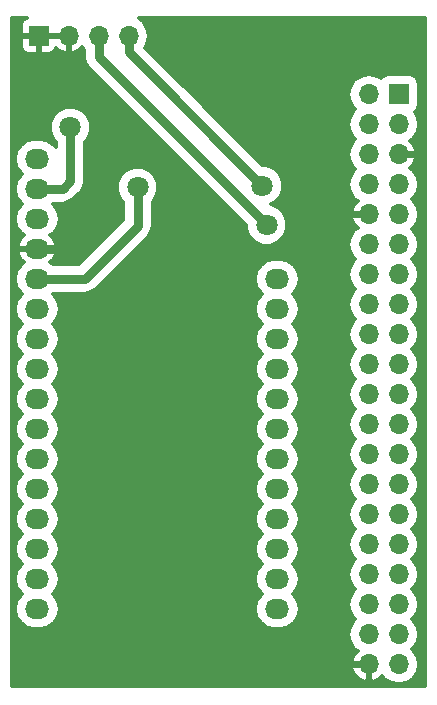
<source format=gbr>
G04 #@! TF.FileFunction,Copper,L2,Bot,Signal*
%FSLAX46Y46*%
G04 Gerber Fmt 4.6, Leading zero omitted, Abs format (unit mm)*
G04 Created by KiCad (PCBNEW 4.0.7-e2-6376~58~ubuntu16.04.1) date Tue Oct 31 15:03:55 2017*
%MOMM*%
%LPD*%
G01*
G04 APERTURE LIST*
%ADD10C,0.100000*%
%ADD11O,2.032000X1.727200*%
%ADD12R,1.700000X1.700000*%
%ADD13O,1.700000X1.700000*%
%ADD14C,1.800000*%
%ADD15C,0.800000*%
%ADD16C,0.600000*%
%ADD17C,0.300000*%
G04 APERTURE END LIST*
D10*
D11*
X102108000Y-92837000D03*
X102108000Y-95377000D03*
X102108000Y-97917000D03*
X102108000Y-100457000D03*
X122428000Y-102997000D03*
X102108000Y-102997000D03*
X122428000Y-105537000D03*
X102108000Y-105537000D03*
X122428000Y-108077000D03*
X102108000Y-108077000D03*
X122428000Y-110617000D03*
X102108000Y-110617000D03*
X122428000Y-113157000D03*
X102108000Y-113157000D03*
X122428000Y-115697000D03*
X102108000Y-115697000D03*
X122428000Y-118237000D03*
X102108000Y-118237000D03*
X122428000Y-120777000D03*
X102108000Y-120777000D03*
X122428000Y-123317000D03*
X102108000Y-123317000D03*
X122428000Y-125857000D03*
X102108000Y-125857000D03*
X122428000Y-128397000D03*
X102108000Y-128397000D03*
X122428000Y-130937000D03*
X102108000Y-130937000D03*
D12*
X132715000Y-87376000D03*
D13*
X130175000Y-87376000D03*
X132715000Y-89916000D03*
X130175000Y-89916000D03*
X132715000Y-92456000D03*
X130175000Y-92456000D03*
X132715000Y-94996000D03*
X130175000Y-94996000D03*
X132715000Y-97536000D03*
X130175000Y-97536000D03*
X132715000Y-100076000D03*
X130175000Y-100076000D03*
X132715000Y-102616000D03*
X130175000Y-102616000D03*
X132715000Y-105156000D03*
X130175000Y-105156000D03*
X132715000Y-107696000D03*
X130175000Y-107696000D03*
X132715000Y-110236000D03*
X130175000Y-110236000D03*
X132715000Y-112776000D03*
X130175000Y-112776000D03*
X132715000Y-115316000D03*
X130175000Y-115316000D03*
X132715000Y-117856000D03*
X130175000Y-117856000D03*
X132715000Y-120396000D03*
X130175000Y-120396000D03*
X132715000Y-122936000D03*
X130175000Y-122936000D03*
X132715000Y-125476000D03*
X130175000Y-125476000D03*
X132715000Y-128016000D03*
X130175000Y-128016000D03*
X132715000Y-130556000D03*
X130175000Y-130556000D03*
X132715000Y-133096000D03*
X130175000Y-133096000D03*
X132715000Y-135636000D03*
X130175000Y-135636000D03*
D12*
X102235000Y-82423000D03*
D13*
X104775000Y-82423000D03*
X107315000Y-82423000D03*
X109855000Y-82423000D03*
D14*
X104902000Y-90170000D03*
X107315000Y-95250000D03*
X110617000Y-95250000D03*
X121153796Y-95123000D03*
X121539000Y-98425000D03*
D15*
X104902000Y-94742000D02*
X104267000Y-95377000D01*
X104267000Y-95377000D02*
X102108000Y-95377000D01*
X104902000Y-90170000D02*
X104902000Y-94742000D01*
D16*
X102260400Y-95377000D02*
X102108000Y-95377000D01*
D15*
X107315000Y-95250000D02*
X107315000Y-97155000D01*
X107315000Y-97155000D02*
X104013000Y-100457000D01*
X104013000Y-100457000D02*
X102108000Y-100457000D01*
D16*
X102260400Y-100457000D02*
X102108000Y-100457000D01*
D15*
X110617000Y-98552000D02*
X106172000Y-102997000D01*
X110617000Y-95250000D02*
X110617000Y-96310660D01*
X110617000Y-96310660D02*
X110617000Y-98552000D01*
X102108000Y-102997000D02*
X106172000Y-102997000D01*
D16*
X102260400Y-102997000D02*
X102108000Y-102997000D01*
D15*
X121153796Y-95123000D02*
X109855000Y-83824204D01*
X109855000Y-83824204D02*
X109855000Y-82423000D01*
X120142000Y-97028000D02*
X121539000Y-98425000D01*
X120142000Y-97028000D02*
X107315000Y-84201000D01*
X107315000Y-84201000D02*
X107315000Y-82423000D01*
X107442000Y-82423000D02*
X107315000Y-82423000D01*
D16*
X107315000Y-82550000D02*
X107315000Y-82423000D01*
D17*
G36*
X101012273Y-81015175D02*
X100827174Y-81200273D01*
X100727000Y-81442116D01*
X100727000Y-82154500D01*
X100891500Y-82319000D01*
X102131000Y-82319000D01*
X102131000Y-82299000D01*
X102339000Y-82299000D01*
X102339000Y-82319000D01*
X104671000Y-82319000D01*
X104671000Y-82299000D01*
X104879000Y-82299000D01*
X104879000Y-82319000D01*
X104899000Y-82319000D01*
X104899000Y-82527000D01*
X104879000Y-82527000D01*
X104879000Y-83762469D01*
X105113061Y-83892619D01*
X105575137Y-83701228D01*
X105922720Y-83373735D01*
X106065000Y-83586672D01*
X106065000Y-84201000D01*
X106160151Y-84679354D01*
X106431117Y-85084883D01*
X119258116Y-97911883D01*
X119258119Y-97911885D01*
X119788983Y-98442750D01*
X119788696Y-98771569D01*
X120054557Y-99415001D01*
X120546410Y-99907713D01*
X121189376Y-100174696D01*
X121885569Y-100175304D01*
X122529001Y-99909443D01*
X123021713Y-99417590D01*
X123288696Y-98774624D01*
X123289304Y-98078431D01*
X123023443Y-97434999D01*
X122531590Y-96942287D01*
X121933980Y-96694138D01*
X122143797Y-96607443D01*
X122636509Y-96115590D01*
X122903492Y-95472624D01*
X122904100Y-94776431D01*
X122638239Y-94132999D01*
X122146386Y-93640287D01*
X121503420Y-93373304D01*
X121171577Y-93373014D01*
X115174563Y-87376000D01*
X128441695Y-87376000D01*
X128571100Y-88026562D01*
X128939613Y-88578082D01*
X129041260Y-88646000D01*
X128939613Y-88713918D01*
X128571100Y-89265438D01*
X128441695Y-89916000D01*
X128571100Y-90566562D01*
X128939613Y-91118082D01*
X129041260Y-91186000D01*
X128939613Y-91253918D01*
X128571100Y-91805438D01*
X128441695Y-92456000D01*
X128571100Y-93106562D01*
X128939613Y-93658082D01*
X129041260Y-93726000D01*
X128939613Y-93793918D01*
X128571100Y-94345438D01*
X128441695Y-94996000D01*
X128571100Y-95646562D01*
X128939613Y-96198082D01*
X129224265Y-96388280D01*
X128896772Y-96735863D01*
X128705381Y-97197939D01*
X128835531Y-97432000D01*
X130071000Y-97432000D01*
X130071000Y-97412000D01*
X130279000Y-97412000D01*
X130279000Y-97432000D01*
X130299000Y-97432000D01*
X130299000Y-97640000D01*
X130279000Y-97640000D01*
X130279000Y-97660000D01*
X130071000Y-97660000D01*
X130071000Y-97640000D01*
X128835531Y-97640000D01*
X128705381Y-97874061D01*
X128896772Y-98336137D01*
X129224265Y-98683720D01*
X128939613Y-98873918D01*
X128571100Y-99425438D01*
X128441695Y-100076000D01*
X128571100Y-100726562D01*
X128939613Y-101278082D01*
X129041260Y-101346000D01*
X128939613Y-101413918D01*
X128571100Y-101965438D01*
X128441695Y-102616000D01*
X128571100Y-103266562D01*
X128939613Y-103818082D01*
X129041260Y-103886000D01*
X128939613Y-103953918D01*
X128571100Y-104505438D01*
X128441695Y-105156000D01*
X128571100Y-105806562D01*
X128939613Y-106358082D01*
X129041260Y-106426000D01*
X128939613Y-106493918D01*
X128571100Y-107045438D01*
X128441695Y-107696000D01*
X128571100Y-108346562D01*
X128939613Y-108898082D01*
X129041260Y-108966000D01*
X128939613Y-109033918D01*
X128571100Y-109585438D01*
X128441695Y-110236000D01*
X128571100Y-110886562D01*
X128939613Y-111438082D01*
X129041260Y-111506000D01*
X128939613Y-111573918D01*
X128571100Y-112125438D01*
X128441695Y-112776000D01*
X128571100Y-113426562D01*
X128939613Y-113978082D01*
X129041260Y-114046000D01*
X128939613Y-114113918D01*
X128571100Y-114665438D01*
X128441695Y-115316000D01*
X128571100Y-115966562D01*
X128939613Y-116518082D01*
X129041260Y-116586000D01*
X128939613Y-116653918D01*
X128571100Y-117205438D01*
X128441695Y-117856000D01*
X128571100Y-118506562D01*
X128939613Y-119058082D01*
X129041260Y-119126000D01*
X128939613Y-119193918D01*
X128571100Y-119745438D01*
X128441695Y-120396000D01*
X128571100Y-121046562D01*
X128939613Y-121598082D01*
X129041260Y-121666000D01*
X128939613Y-121733918D01*
X128571100Y-122285438D01*
X128441695Y-122936000D01*
X128571100Y-123586562D01*
X128939613Y-124138082D01*
X129041260Y-124206000D01*
X128939613Y-124273918D01*
X128571100Y-124825438D01*
X128441695Y-125476000D01*
X128571100Y-126126562D01*
X128939613Y-126678082D01*
X129041260Y-126746000D01*
X128939613Y-126813918D01*
X128571100Y-127365438D01*
X128441695Y-128016000D01*
X128571100Y-128666562D01*
X128939613Y-129218082D01*
X129041260Y-129286000D01*
X128939613Y-129353918D01*
X128571100Y-129905438D01*
X128441695Y-130556000D01*
X128571100Y-131206562D01*
X128939613Y-131758082D01*
X129041260Y-131826000D01*
X128939613Y-131893918D01*
X128571100Y-132445438D01*
X128441695Y-133096000D01*
X128571100Y-133746562D01*
X128939613Y-134298082D01*
X129224265Y-134488280D01*
X128896772Y-134835863D01*
X128705381Y-135297939D01*
X128835531Y-135532000D01*
X130071000Y-135532000D01*
X130071000Y-135512000D01*
X130279000Y-135512000D01*
X130279000Y-135532000D01*
X130299000Y-135532000D01*
X130299000Y-135740000D01*
X130279000Y-135740000D01*
X130279000Y-136975917D01*
X130513062Y-137105626D01*
X131049730Y-136864387D01*
X131311530Y-136586527D01*
X131479613Y-136838082D01*
X132031133Y-137206595D01*
X132681695Y-137336000D01*
X132748305Y-137336000D01*
X133398867Y-137206595D01*
X133950387Y-136838082D01*
X134318900Y-136286562D01*
X134448305Y-135636000D01*
X134318900Y-134985438D01*
X133950387Y-134433918D01*
X133848740Y-134366000D01*
X133950387Y-134298082D01*
X134318900Y-133746562D01*
X134448305Y-133096000D01*
X134318900Y-132445438D01*
X133950387Y-131893918D01*
X133848740Y-131826000D01*
X133950387Y-131758082D01*
X134318900Y-131206562D01*
X134448305Y-130556000D01*
X134318900Y-129905438D01*
X133950387Y-129353918D01*
X133848740Y-129286000D01*
X133950387Y-129218082D01*
X134318900Y-128666562D01*
X134448305Y-128016000D01*
X134318900Y-127365438D01*
X133950387Y-126813918D01*
X133848740Y-126746000D01*
X133950387Y-126678082D01*
X134318900Y-126126562D01*
X134448305Y-125476000D01*
X134318900Y-124825438D01*
X133950387Y-124273918D01*
X133848740Y-124206000D01*
X133950387Y-124138082D01*
X134318900Y-123586562D01*
X134448305Y-122936000D01*
X134318900Y-122285438D01*
X133950387Y-121733918D01*
X133848740Y-121666000D01*
X133950387Y-121598082D01*
X134318900Y-121046562D01*
X134448305Y-120396000D01*
X134318900Y-119745438D01*
X133950387Y-119193918D01*
X133848740Y-119126000D01*
X133950387Y-119058082D01*
X134318900Y-118506562D01*
X134448305Y-117856000D01*
X134318900Y-117205438D01*
X133950387Y-116653918D01*
X133848740Y-116586000D01*
X133950387Y-116518082D01*
X134318900Y-115966562D01*
X134448305Y-115316000D01*
X134318900Y-114665438D01*
X133950387Y-114113918D01*
X133848740Y-114046000D01*
X133950387Y-113978082D01*
X134318900Y-113426562D01*
X134448305Y-112776000D01*
X134318900Y-112125438D01*
X133950387Y-111573918D01*
X133848740Y-111506000D01*
X133950387Y-111438082D01*
X134318900Y-110886562D01*
X134448305Y-110236000D01*
X134318900Y-109585438D01*
X133950387Y-109033918D01*
X133848740Y-108966000D01*
X133950387Y-108898082D01*
X134318900Y-108346562D01*
X134448305Y-107696000D01*
X134318900Y-107045438D01*
X133950387Y-106493918D01*
X133848740Y-106426000D01*
X133950387Y-106358082D01*
X134318900Y-105806562D01*
X134448305Y-105156000D01*
X134318900Y-104505438D01*
X133950387Y-103953918D01*
X133848740Y-103886000D01*
X133950387Y-103818082D01*
X134318900Y-103266562D01*
X134448305Y-102616000D01*
X134318900Y-101965438D01*
X133950387Y-101413918D01*
X133848740Y-101346000D01*
X133950387Y-101278082D01*
X134318900Y-100726562D01*
X134448305Y-100076000D01*
X134318900Y-99425438D01*
X133950387Y-98873918D01*
X133848740Y-98806000D01*
X133950387Y-98738082D01*
X134318900Y-98186562D01*
X134448305Y-97536000D01*
X134318900Y-96885438D01*
X133950387Y-96333918D01*
X133848740Y-96266000D01*
X133950387Y-96198082D01*
X134318900Y-95646562D01*
X134448305Y-94996000D01*
X134318900Y-94345438D01*
X133950387Y-93793918D01*
X133665735Y-93603720D01*
X133993228Y-93256137D01*
X134184619Y-92794061D01*
X134054469Y-92560000D01*
X132819000Y-92560000D01*
X132819000Y-92580000D01*
X132611000Y-92580000D01*
X132611000Y-92560000D01*
X132591000Y-92560000D01*
X132591000Y-92352000D01*
X132611000Y-92352000D01*
X132611000Y-92332000D01*
X132819000Y-92332000D01*
X132819000Y-92352000D01*
X134054469Y-92352000D01*
X134184619Y-92117939D01*
X133993228Y-91655863D01*
X133665735Y-91308280D01*
X133950387Y-91118082D01*
X134318900Y-90566562D01*
X134448305Y-89916000D01*
X134318900Y-89265438D01*
X134078496Y-88905648D01*
X134169291Y-88847223D01*
X134363372Y-88563176D01*
X134431652Y-88226000D01*
X134431652Y-86526000D01*
X134372382Y-86211009D01*
X134186223Y-85921709D01*
X133902176Y-85727628D01*
X133565000Y-85659348D01*
X131865000Y-85659348D01*
X131550009Y-85718618D01*
X131260709Y-85904777D01*
X131181370Y-86020894D01*
X130858867Y-85805405D01*
X130208305Y-85676000D01*
X130141695Y-85676000D01*
X129491133Y-85805405D01*
X128939613Y-86173918D01*
X128571100Y-86725438D01*
X128441695Y-87376000D01*
X115174563Y-87376000D01*
X111217246Y-83418684D01*
X111425595Y-83106867D01*
X111555000Y-82456305D01*
X111555000Y-82389695D01*
X111425595Y-81739133D01*
X111057082Y-81187613D01*
X110679019Y-80935000D01*
X134965000Y-80935000D01*
X134965000Y-137505000D01*
X99985000Y-137505000D01*
X99985000Y-135974061D01*
X128705381Y-135974061D01*
X128896772Y-136436137D01*
X129300270Y-136864387D01*
X129836938Y-137105626D01*
X130071000Y-136975917D01*
X130071000Y-135740000D01*
X128835531Y-135740000D01*
X128705381Y-135974061D01*
X99985000Y-135974061D01*
X99985000Y-102997000D01*
X100205443Y-102997000D01*
X100335883Y-103652766D01*
X100707345Y-104208698D01*
X100794600Y-104267000D01*
X100707345Y-104325302D01*
X100335883Y-104881234D01*
X100205443Y-105537000D01*
X100335883Y-106192766D01*
X100707345Y-106748698D01*
X100794600Y-106807000D01*
X100707345Y-106865302D01*
X100335883Y-107421234D01*
X100205443Y-108077000D01*
X100335883Y-108732766D01*
X100707345Y-109288698D01*
X100794600Y-109347000D01*
X100707345Y-109405302D01*
X100335883Y-109961234D01*
X100205443Y-110617000D01*
X100335883Y-111272766D01*
X100707345Y-111828698D01*
X100794600Y-111887000D01*
X100707345Y-111945302D01*
X100335883Y-112501234D01*
X100205443Y-113157000D01*
X100335883Y-113812766D01*
X100707345Y-114368698D01*
X100794600Y-114427000D01*
X100707345Y-114485302D01*
X100335883Y-115041234D01*
X100205443Y-115697000D01*
X100335883Y-116352766D01*
X100707345Y-116908698D01*
X100794600Y-116967000D01*
X100707345Y-117025302D01*
X100335883Y-117581234D01*
X100205443Y-118237000D01*
X100335883Y-118892766D01*
X100707345Y-119448698D01*
X100794600Y-119507000D01*
X100707345Y-119565302D01*
X100335883Y-120121234D01*
X100205443Y-120777000D01*
X100335883Y-121432766D01*
X100707345Y-121988698D01*
X100794600Y-122047000D01*
X100707345Y-122105302D01*
X100335883Y-122661234D01*
X100205443Y-123317000D01*
X100335883Y-123972766D01*
X100707345Y-124528698D01*
X100794600Y-124587000D01*
X100707345Y-124645302D01*
X100335883Y-125201234D01*
X100205443Y-125857000D01*
X100335883Y-126512766D01*
X100707345Y-127068698D01*
X100794600Y-127127000D01*
X100707345Y-127185302D01*
X100335883Y-127741234D01*
X100205443Y-128397000D01*
X100335883Y-129052766D01*
X100707345Y-129608698D01*
X100794600Y-129667000D01*
X100707345Y-129725302D01*
X100335883Y-130281234D01*
X100205443Y-130937000D01*
X100335883Y-131592766D01*
X100707345Y-132148698D01*
X101263277Y-132520160D01*
X101919043Y-132650600D01*
X102296957Y-132650600D01*
X102952723Y-132520160D01*
X103508655Y-132148698D01*
X103880117Y-131592766D01*
X104010557Y-130937000D01*
X103880117Y-130281234D01*
X103508655Y-129725302D01*
X103421400Y-129667000D01*
X103508655Y-129608698D01*
X103880117Y-129052766D01*
X104010557Y-128397000D01*
X103880117Y-127741234D01*
X103508655Y-127185302D01*
X103421400Y-127127000D01*
X103508655Y-127068698D01*
X103880117Y-126512766D01*
X104010557Y-125857000D01*
X103880117Y-125201234D01*
X103508655Y-124645302D01*
X103421400Y-124587000D01*
X103508655Y-124528698D01*
X103880117Y-123972766D01*
X104010557Y-123317000D01*
X103880117Y-122661234D01*
X103508655Y-122105302D01*
X103421400Y-122047000D01*
X103508655Y-121988698D01*
X103880117Y-121432766D01*
X104010557Y-120777000D01*
X103880117Y-120121234D01*
X103508655Y-119565302D01*
X103421400Y-119507000D01*
X103508655Y-119448698D01*
X103880117Y-118892766D01*
X104010557Y-118237000D01*
X103880117Y-117581234D01*
X103508655Y-117025302D01*
X103421400Y-116967000D01*
X103508655Y-116908698D01*
X103880117Y-116352766D01*
X104010557Y-115697000D01*
X103880117Y-115041234D01*
X103508655Y-114485302D01*
X103421400Y-114427000D01*
X103508655Y-114368698D01*
X103880117Y-113812766D01*
X104010557Y-113157000D01*
X103880117Y-112501234D01*
X103508655Y-111945302D01*
X103421400Y-111887000D01*
X103508655Y-111828698D01*
X103880117Y-111272766D01*
X104010557Y-110617000D01*
X103880117Y-109961234D01*
X103508655Y-109405302D01*
X103421400Y-109347000D01*
X103508655Y-109288698D01*
X103880117Y-108732766D01*
X104010557Y-108077000D01*
X103880117Y-107421234D01*
X103508655Y-106865302D01*
X103421400Y-106807000D01*
X103508655Y-106748698D01*
X103880117Y-106192766D01*
X104010557Y-105537000D01*
X103880117Y-104881234D01*
X103508655Y-104325302D01*
X103421400Y-104267000D01*
X103451332Y-104247000D01*
X106172000Y-104247000D01*
X106650354Y-104151849D01*
X107055883Y-103880883D01*
X107939766Y-102997000D01*
X120525443Y-102997000D01*
X120655883Y-103652766D01*
X121027345Y-104208698D01*
X121114600Y-104267000D01*
X121027345Y-104325302D01*
X120655883Y-104881234D01*
X120525443Y-105537000D01*
X120655883Y-106192766D01*
X121027345Y-106748698D01*
X121114600Y-106807000D01*
X121027345Y-106865302D01*
X120655883Y-107421234D01*
X120525443Y-108077000D01*
X120655883Y-108732766D01*
X121027345Y-109288698D01*
X121114600Y-109347000D01*
X121027345Y-109405302D01*
X120655883Y-109961234D01*
X120525443Y-110617000D01*
X120655883Y-111272766D01*
X121027345Y-111828698D01*
X121114600Y-111887000D01*
X121027345Y-111945302D01*
X120655883Y-112501234D01*
X120525443Y-113157000D01*
X120655883Y-113812766D01*
X121027345Y-114368698D01*
X121114600Y-114427000D01*
X121027345Y-114485302D01*
X120655883Y-115041234D01*
X120525443Y-115697000D01*
X120655883Y-116352766D01*
X121027345Y-116908698D01*
X121114600Y-116967000D01*
X121027345Y-117025302D01*
X120655883Y-117581234D01*
X120525443Y-118237000D01*
X120655883Y-118892766D01*
X121027345Y-119448698D01*
X121114600Y-119507000D01*
X121027345Y-119565302D01*
X120655883Y-120121234D01*
X120525443Y-120777000D01*
X120655883Y-121432766D01*
X121027345Y-121988698D01*
X121114600Y-122047000D01*
X121027345Y-122105302D01*
X120655883Y-122661234D01*
X120525443Y-123317000D01*
X120655883Y-123972766D01*
X121027345Y-124528698D01*
X121114600Y-124587000D01*
X121027345Y-124645302D01*
X120655883Y-125201234D01*
X120525443Y-125857000D01*
X120655883Y-126512766D01*
X121027345Y-127068698D01*
X121114600Y-127127000D01*
X121027345Y-127185302D01*
X120655883Y-127741234D01*
X120525443Y-128397000D01*
X120655883Y-129052766D01*
X121027345Y-129608698D01*
X121114600Y-129667000D01*
X121027345Y-129725302D01*
X120655883Y-130281234D01*
X120525443Y-130937000D01*
X120655883Y-131592766D01*
X121027345Y-132148698D01*
X121583277Y-132520160D01*
X122239043Y-132650600D01*
X122616957Y-132650600D01*
X123272723Y-132520160D01*
X123828655Y-132148698D01*
X124200117Y-131592766D01*
X124330557Y-130937000D01*
X124200117Y-130281234D01*
X123828655Y-129725302D01*
X123741400Y-129667000D01*
X123828655Y-129608698D01*
X124200117Y-129052766D01*
X124330557Y-128397000D01*
X124200117Y-127741234D01*
X123828655Y-127185302D01*
X123741400Y-127127000D01*
X123828655Y-127068698D01*
X124200117Y-126512766D01*
X124330557Y-125857000D01*
X124200117Y-125201234D01*
X123828655Y-124645302D01*
X123741400Y-124587000D01*
X123828655Y-124528698D01*
X124200117Y-123972766D01*
X124330557Y-123317000D01*
X124200117Y-122661234D01*
X123828655Y-122105302D01*
X123741400Y-122047000D01*
X123828655Y-121988698D01*
X124200117Y-121432766D01*
X124330557Y-120777000D01*
X124200117Y-120121234D01*
X123828655Y-119565302D01*
X123741400Y-119507000D01*
X123828655Y-119448698D01*
X124200117Y-118892766D01*
X124330557Y-118237000D01*
X124200117Y-117581234D01*
X123828655Y-117025302D01*
X123741400Y-116967000D01*
X123828655Y-116908698D01*
X124200117Y-116352766D01*
X124330557Y-115697000D01*
X124200117Y-115041234D01*
X123828655Y-114485302D01*
X123741400Y-114427000D01*
X123828655Y-114368698D01*
X124200117Y-113812766D01*
X124330557Y-113157000D01*
X124200117Y-112501234D01*
X123828655Y-111945302D01*
X123741400Y-111887000D01*
X123828655Y-111828698D01*
X124200117Y-111272766D01*
X124330557Y-110617000D01*
X124200117Y-109961234D01*
X123828655Y-109405302D01*
X123741400Y-109347000D01*
X123828655Y-109288698D01*
X124200117Y-108732766D01*
X124330557Y-108077000D01*
X124200117Y-107421234D01*
X123828655Y-106865302D01*
X123741400Y-106807000D01*
X123828655Y-106748698D01*
X124200117Y-106192766D01*
X124330557Y-105537000D01*
X124200117Y-104881234D01*
X123828655Y-104325302D01*
X123741400Y-104267000D01*
X123828655Y-104208698D01*
X124200117Y-103652766D01*
X124330557Y-102997000D01*
X124200117Y-102341234D01*
X123828655Y-101785302D01*
X123272723Y-101413840D01*
X122616957Y-101283400D01*
X122239043Y-101283400D01*
X121583277Y-101413840D01*
X121027345Y-101785302D01*
X120655883Y-102341234D01*
X120525443Y-102997000D01*
X107939766Y-102997000D01*
X111500883Y-99435884D01*
X111771849Y-99030354D01*
X111776768Y-99005626D01*
X111867000Y-98552000D01*
X111867000Y-96474897D01*
X112099713Y-96242590D01*
X112366696Y-95599624D01*
X112367304Y-94903431D01*
X112101443Y-94259999D01*
X111609590Y-93767287D01*
X110966624Y-93500304D01*
X110270431Y-93499696D01*
X109626999Y-93765557D01*
X109134287Y-94257410D01*
X108867304Y-94900376D01*
X108866696Y-95596569D01*
X109132557Y-96240001D01*
X109367000Y-96474853D01*
X109367000Y-98034233D01*
X105654234Y-101747000D01*
X103451332Y-101747000D01*
X103227102Y-101597174D01*
X103464287Y-101391500D01*
X103730264Y-100859658D01*
X103743483Y-100797194D01*
X103613509Y-100561000D01*
X102212000Y-100561000D01*
X102212000Y-100581000D01*
X102004000Y-100581000D01*
X102004000Y-100561000D01*
X100602491Y-100561000D01*
X100472517Y-100797194D01*
X100485736Y-100859658D01*
X100751713Y-101391500D01*
X100988898Y-101597174D01*
X100707345Y-101785302D01*
X100335883Y-102341234D01*
X100205443Y-102997000D01*
X99985000Y-102997000D01*
X99985000Y-92837000D01*
X100205443Y-92837000D01*
X100335883Y-93492766D01*
X100707345Y-94048698D01*
X100794600Y-94107000D01*
X100707345Y-94165302D01*
X100335883Y-94721234D01*
X100205443Y-95377000D01*
X100335883Y-96032766D01*
X100707345Y-96588698D01*
X100794600Y-96647000D01*
X100707345Y-96705302D01*
X100335883Y-97261234D01*
X100205443Y-97917000D01*
X100335883Y-98572766D01*
X100707345Y-99128698D01*
X100988898Y-99316826D01*
X100751713Y-99522500D01*
X100485736Y-100054342D01*
X100472517Y-100116806D01*
X100602491Y-100353000D01*
X102004000Y-100353000D01*
X102004000Y-100333000D01*
X102212000Y-100333000D01*
X102212000Y-100353000D01*
X103613509Y-100353000D01*
X103743483Y-100116806D01*
X103730264Y-100054342D01*
X103464287Y-99522500D01*
X103227102Y-99316826D01*
X103508655Y-99128698D01*
X103880117Y-98572766D01*
X104010557Y-97917000D01*
X103880117Y-97261234D01*
X103508655Y-96705302D01*
X103421400Y-96647000D01*
X103451332Y-96627000D01*
X104267000Y-96627000D01*
X104745354Y-96531849D01*
X105150883Y-96260883D01*
X105785884Y-95625883D01*
X106056849Y-95220354D01*
X106152000Y-94742000D01*
X106152000Y-91394897D01*
X106384713Y-91162590D01*
X106651696Y-90519624D01*
X106652304Y-89823431D01*
X106386443Y-89179999D01*
X105894590Y-88687287D01*
X105251624Y-88420304D01*
X104555431Y-88419696D01*
X103911999Y-88685557D01*
X103419287Y-89177410D01*
X103152304Y-89820376D01*
X103151696Y-90516569D01*
X103417557Y-91160001D01*
X103652000Y-91394853D01*
X103652000Y-91839833D01*
X103508655Y-91625302D01*
X102952723Y-91253840D01*
X102296957Y-91123400D01*
X101919043Y-91123400D01*
X101263277Y-91253840D01*
X100707345Y-91625302D01*
X100335883Y-92181234D01*
X100205443Y-92837000D01*
X99985000Y-92837000D01*
X99985000Y-82691500D01*
X100727000Y-82691500D01*
X100727000Y-83403884D01*
X100827174Y-83645727D01*
X101012273Y-83830825D01*
X101254115Y-83931000D01*
X101966500Y-83931000D01*
X102131000Y-83766500D01*
X102131000Y-82527000D01*
X102339000Y-82527000D01*
X102339000Y-83766500D01*
X102503500Y-83931000D01*
X103215885Y-83931000D01*
X103457727Y-83830825D01*
X103642826Y-83645727D01*
X103719498Y-83460623D01*
X103974863Y-83701228D01*
X104436939Y-83892619D01*
X104671000Y-83762469D01*
X104671000Y-82527000D01*
X102339000Y-82527000D01*
X102131000Y-82527000D01*
X100891500Y-82527000D01*
X100727000Y-82691500D01*
X99985000Y-82691500D01*
X99985000Y-80935000D01*
X101205831Y-80935000D01*
X101012273Y-81015175D01*
X101012273Y-81015175D01*
G37*
X101012273Y-81015175D02*
X100827174Y-81200273D01*
X100727000Y-81442116D01*
X100727000Y-82154500D01*
X100891500Y-82319000D01*
X102131000Y-82319000D01*
X102131000Y-82299000D01*
X102339000Y-82299000D01*
X102339000Y-82319000D01*
X104671000Y-82319000D01*
X104671000Y-82299000D01*
X104879000Y-82299000D01*
X104879000Y-82319000D01*
X104899000Y-82319000D01*
X104899000Y-82527000D01*
X104879000Y-82527000D01*
X104879000Y-83762469D01*
X105113061Y-83892619D01*
X105575137Y-83701228D01*
X105922720Y-83373735D01*
X106065000Y-83586672D01*
X106065000Y-84201000D01*
X106160151Y-84679354D01*
X106431117Y-85084883D01*
X119258116Y-97911883D01*
X119258119Y-97911885D01*
X119788983Y-98442750D01*
X119788696Y-98771569D01*
X120054557Y-99415001D01*
X120546410Y-99907713D01*
X121189376Y-100174696D01*
X121885569Y-100175304D01*
X122529001Y-99909443D01*
X123021713Y-99417590D01*
X123288696Y-98774624D01*
X123289304Y-98078431D01*
X123023443Y-97434999D01*
X122531590Y-96942287D01*
X121933980Y-96694138D01*
X122143797Y-96607443D01*
X122636509Y-96115590D01*
X122903492Y-95472624D01*
X122904100Y-94776431D01*
X122638239Y-94132999D01*
X122146386Y-93640287D01*
X121503420Y-93373304D01*
X121171577Y-93373014D01*
X115174563Y-87376000D01*
X128441695Y-87376000D01*
X128571100Y-88026562D01*
X128939613Y-88578082D01*
X129041260Y-88646000D01*
X128939613Y-88713918D01*
X128571100Y-89265438D01*
X128441695Y-89916000D01*
X128571100Y-90566562D01*
X128939613Y-91118082D01*
X129041260Y-91186000D01*
X128939613Y-91253918D01*
X128571100Y-91805438D01*
X128441695Y-92456000D01*
X128571100Y-93106562D01*
X128939613Y-93658082D01*
X129041260Y-93726000D01*
X128939613Y-93793918D01*
X128571100Y-94345438D01*
X128441695Y-94996000D01*
X128571100Y-95646562D01*
X128939613Y-96198082D01*
X129224265Y-96388280D01*
X128896772Y-96735863D01*
X128705381Y-97197939D01*
X128835531Y-97432000D01*
X130071000Y-97432000D01*
X130071000Y-97412000D01*
X130279000Y-97412000D01*
X130279000Y-97432000D01*
X130299000Y-97432000D01*
X130299000Y-97640000D01*
X130279000Y-97640000D01*
X130279000Y-97660000D01*
X130071000Y-97660000D01*
X130071000Y-97640000D01*
X128835531Y-97640000D01*
X128705381Y-97874061D01*
X128896772Y-98336137D01*
X129224265Y-98683720D01*
X128939613Y-98873918D01*
X128571100Y-99425438D01*
X128441695Y-100076000D01*
X128571100Y-100726562D01*
X128939613Y-101278082D01*
X129041260Y-101346000D01*
X128939613Y-101413918D01*
X128571100Y-101965438D01*
X128441695Y-102616000D01*
X128571100Y-103266562D01*
X128939613Y-103818082D01*
X129041260Y-103886000D01*
X128939613Y-103953918D01*
X128571100Y-104505438D01*
X128441695Y-105156000D01*
X128571100Y-105806562D01*
X128939613Y-106358082D01*
X129041260Y-106426000D01*
X128939613Y-106493918D01*
X128571100Y-107045438D01*
X128441695Y-107696000D01*
X128571100Y-108346562D01*
X128939613Y-108898082D01*
X129041260Y-108966000D01*
X128939613Y-109033918D01*
X128571100Y-109585438D01*
X128441695Y-110236000D01*
X128571100Y-110886562D01*
X128939613Y-111438082D01*
X129041260Y-111506000D01*
X128939613Y-111573918D01*
X128571100Y-112125438D01*
X128441695Y-112776000D01*
X128571100Y-113426562D01*
X128939613Y-113978082D01*
X129041260Y-114046000D01*
X128939613Y-114113918D01*
X128571100Y-114665438D01*
X128441695Y-115316000D01*
X128571100Y-115966562D01*
X128939613Y-116518082D01*
X129041260Y-116586000D01*
X128939613Y-116653918D01*
X128571100Y-117205438D01*
X128441695Y-117856000D01*
X128571100Y-118506562D01*
X128939613Y-119058082D01*
X129041260Y-119126000D01*
X128939613Y-119193918D01*
X128571100Y-119745438D01*
X128441695Y-120396000D01*
X128571100Y-121046562D01*
X128939613Y-121598082D01*
X129041260Y-121666000D01*
X128939613Y-121733918D01*
X128571100Y-122285438D01*
X128441695Y-122936000D01*
X128571100Y-123586562D01*
X128939613Y-124138082D01*
X129041260Y-124206000D01*
X128939613Y-124273918D01*
X128571100Y-124825438D01*
X128441695Y-125476000D01*
X128571100Y-126126562D01*
X128939613Y-126678082D01*
X129041260Y-126746000D01*
X128939613Y-126813918D01*
X128571100Y-127365438D01*
X128441695Y-128016000D01*
X128571100Y-128666562D01*
X128939613Y-129218082D01*
X129041260Y-129286000D01*
X128939613Y-129353918D01*
X128571100Y-129905438D01*
X128441695Y-130556000D01*
X128571100Y-131206562D01*
X128939613Y-131758082D01*
X129041260Y-131826000D01*
X128939613Y-131893918D01*
X128571100Y-132445438D01*
X128441695Y-133096000D01*
X128571100Y-133746562D01*
X128939613Y-134298082D01*
X129224265Y-134488280D01*
X128896772Y-134835863D01*
X128705381Y-135297939D01*
X128835531Y-135532000D01*
X130071000Y-135532000D01*
X130071000Y-135512000D01*
X130279000Y-135512000D01*
X130279000Y-135532000D01*
X130299000Y-135532000D01*
X130299000Y-135740000D01*
X130279000Y-135740000D01*
X130279000Y-136975917D01*
X130513062Y-137105626D01*
X131049730Y-136864387D01*
X131311530Y-136586527D01*
X131479613Y-136838082D01*
X132031133Y-137206595D01*
X132681695Y-137336000D01*
X132748305Y-137336000D01*
X133398867Y-137206595D01*
X133950387Y-136838082D01*
X134318900Y-136286562D01*
X134448305Y-135636000D01*
X134318900Y-134985438D01*
X133950387Y-134433918D01*
X133848740Y-134366000D01*
X133950387Y-134298082D01*
X134318900Y-133746562D01*
X134448305Y-133096000D01*
X134318900Y-132445438D01*
X133950387Y-131893918D01*
X133848740Y-131826000D01*
X133950387Y-131758082D01*
X134318900Y-131206562D01*
X134448305Y-130556000D01*
X134318900Y-129905438D01*
X133950387Y-129353918D01*
X133848740Y-129286000D01*
X133950387Y-129218082D01*
X134318900Y-128666562D01*
X134448305Y-128016000D01*
X134318900Y-127365438D01*
X133950387Y-126813918D01*
X133848740Y-126746000D01*
X133950387Y-126678082D01*
X134318900Y-126126562D01*
X134448305Y-125476000D01*
X134318900Y-124825438D01*
X133950387Y-124273918D01*
X133848740Y-124206000D01*
X133950387Y-124138082D01*
X134318900Y-123586562D01*
X134448305Y-122936000D01*
X134318900Y-122285438D01*
X133950387Y-121733918D01*
X133848740Y-121666000D01*
X133950387Y-121598082D01*
X134318900Y-121046562D01*
X134448305Y-120396000D01*
X134318900Y-119745438D01*
X133950387Y-119193918D01*
X133848740Y-119126000D01*
X133950387Y-119058082D01*
X134318900Y-118506562D01*
X134448305Y-117856000D01*
X134318900Y-117205438D01*
X133950387Y-116653918D01*
X133848740Y-116586000D01*
X133950387Y-116518082D01*
X134318900Y-115966562D01*
X134448305Y-115316000D01*
X134318900Y-114665438D01*
X133950387Y-114113918D01*
X133848740Y-114046000D01*
X133950387Y-113978082D01*
X134318900Y-113426562D01*
X134448305Y-112776000D01*
X134318900Y-112125438D01*
X133950387Y-111573918D01*
X133848740Y-111506000D01*
X133950387Y-111438082D01*
X134318900Y-110886562D01*
X134448305Y-110236000D01*
X134318900Y-109585438D01*
X133950387Y-109033918D01*
X133848740Y-108966000D01*
X133950387Y-108898082D01*
X134318900Y-108346562D01*
X134448305Y-107696000D01*
X134318900Y-107045438D01*
X133950387Y-106493918D01*
X133848740Y-106426000D01*
X133950387Y-106358082D01*
X134318900Y-105806562D01*
X134448305Y-105156000D01*
X134318900Y-104505438D01*
X133950387Y-103953918D01*
X133848740Y-103886000D01*
X133950387Y-103818082D01*
X134318900Y-103266562D01*
X134448305Y-102616000D01*
X134318900Y-101965438D01*
X133950387Y-101413918D01*
X133848740Y-101346000D01*
X133950387Y-101278082D01*
X134318900Y-100726562D01*
X134448305Y-100076000D01*
X134318900Y-99425438D01*
X133950387Y-98873918D01*
X133848740Y-98806000D01*
X133950387Y-98738082D01*
X134318900Y-98186562D01*
X134448305Y-97536000D01*
X134318900Y-96885438D01*
X133950387Y-96333918D01*
X133848740Y-96266000D01*
X133950387Y-96198082D01*
X134318900Y-95646562D01*
X134448305Y-94996000D01*
X134318900Y-94345438D01*
X133950387Y-93793918D01*
X133665735Y-93603720D01*
X133993228Y-93256137D01*
X134184619Y-92794061D01*
X134054469Y-92560000D01*
X132819000Y-92560000D01*
X132819000Y-92580000D01*
X132611000Y-92580000D01*
X132611000Y-92560000D01*
X132591000Y-92560000D01*
X132591000Y-92352000D01*
X132611000Y-92352000D01*
X132611000Y-92332000D01*
X132819000Y-92332000D01*
X132819000Y-92352000D01*
X134054469Y-92352000D01*
X134184619Y-92117939D01*
X133993228Y-91655863D01*
X133665735Y-91308280D01*
X133950387Y-91118082D01*
X134318900Y-90566562D01*
X134448305Y-89916000D01*
X134318900Y-89265438D01*
X134078496Y-88905648D01*
X134169291Y-88847223D01*
X134363372Y-88563176D01*
X134431652Y-88226000D01*
X134431652Y-86526000D01*
X134372382Y-86211009D01*
X134186223Y-85921709D01*
X133902176Y-85727628D01*
X133565000Y-85659348D01*
X131865000Y-85659348D01*
X131550009Y-85718618D01*
X131260709Y-85904777D01*
X131181370Y-86020894D01*
X130858867Y-85805405D01*
X130208305Y-85676000D01*
X130141695Y-85676000D01*
X129491133Y-85805405D01*
X128939613Y-86173918D01*
X128571100Y-86725438D01*
X128441695Y-87376000D01*
X115174563Y-87376000D01*
X111217246Y-83418684D01*
X111425595Y-83106867D01*
X111555000Y-82456305D01*
X111555000Y-82389695D01*
X111425595Y-81739133D01*
X111057082Y-81187613D01*
X110679019Y-80935000D01*
X134965000Y-80935000D01*
X134965000Y-137505000D01*
X99985000Y-137505000D01*
X99985000Y-135974061D01*
X128705381Y-135974061D01*
X128896772Y-136436137D01*
X129300270Y-136864387D01*
X129836938Y-137105626D01*
X130071000Y-136975917D01*
X130071000Y-135740000D01*
X128835531Y-135740000D01*
X128705381Y-135974061D01*
X99985000Y-135974061D01*
X99985000Y-102997000D01*
X100205443Y-102997000D01*
X100335883Y-103652766D01*
X100707345Y-104208698D01*
X100794600Y-104267000D01*
X100707345Y-104325302D01*
X100335883Y-104881234D01*
X100205443Y-105537000D01*
X100335883Y-106192766D01*
X100707345Y-106748698D01*
X100794600Y-106807000D01*
X100707345Y-106865302D01*
X100335883Y-107421234D01*
X100205443Y-108077000D01*
X100335883Y-108732766D01*
X100707345Y-109288698D01*
X100794600Y-109347000D01*
X100707345Y-109405302D01*
X100335883Y-109961234D01*
X100205443Y-110617000D01*
X100335883Y-111272766D01*
X100707345Y-111828698D01*
X100794600Y-111887000D01*
X100707345Y-111945302D01*
X100335883Y-112501234D01*
X100205443Y-113157000D01*
X100335883Y-113812766D01*
X100707345Y-114368698D01*
X100794600Y-114427000D01*
X100707345Y-114485302D01*
X100335883Y-115041234D01*
X100205443Y-115697000D01*
X100335883Y-116352766D01*
X100707345Y-116908698D01*
X100794600Y-116967000D01*
X100707345Y-117025302D01*
X100335883Y-117581234D01*
X100205443Y-118237000D01*
X100335883Y-118892766D01*
X100707345Y-119448698D01*
X100794600Y-119507000D01*
X100707345Y-119565302D01*
X100335883Y-120121234D01*
X100205443Y-120777000D01*
X100335883Y-121432766D01*
X100707345Y-121988698D01*
X100794600Y-122047000D01*
X100707345Y-122105302D01*
X100335883Y-122661234D01*
X100205443Y-123317000D01*
X100335883Y-123972766D01*
X100707345Y-124528698D01*
X100794600Y-124587000D01*
X100707345Y-124645302D01*
X100335883Y-125201234D01*
X100205443Y-125857000D01*
X100335883Y-126512766D01*
X100707345Y-127068698D01*
X100794600Y-127127000D01*
X100707345Y-127185302D01*
X100335883Y-127741234D01*
X100205443Y-128397000D01*
X100335883Y-129052766D01*
X100707345Y-129608698D01*
X100794600Y-129667000D01*
X100707345Y-129725302D01*
X100335883Y-130281234D01*
X100205443Y-130937000D01*
X100335883Y-131592766D01*
X100707345Y-132148698D01*
X101263277Y-132520160D01*
X101919043Y-132650600D01*
X102296957Y-132650600D01*
X102952723Y-132520160D01*
X103508655Y-132148698D01*
X103880117Y-131592766D01*
X104010557Y-130937000D01*
X103880117Y-130281234D01*
X103508655Y-129725302D01*
X103421400Y-129667000D01*
X103508655Y-129608698D01*
X103880117Y-129052766D01*
X104010557Y-128397000D01*
X103880117Y-127741234D01*
X103508655Y-127185302D01*
X103421400Y-127127000D01*
X103508655Y-127068698D01*
X103880117Y-126512766D01*
X104010557Y-125857000D01*
X103880117Y-125201234D01*
X103508655Y-124645302D01*
X103421400Y-124587000D01*
X103508655Y-124528698D01*
X103880117Y-123972766D01*
X104010557Y-123317000D01*
X103880117Y-122661234D01*
X103508655Y-122105302D01*
X103421400Y-122047000D01*
X103508655Y-121988698D01*
X103880117Y-121432766D01*
X104010557Y-120777000D01*
X103880117Y-120121234D01*
X103508655Y-119565302D01*
X103421400Y-119507000D01*
X103508655Y-119448698D01*
X103880117Y-118892766D01*
X104010557Y-118237000D01*
X103880117Y-117581234D01*
X103508655Y-117025302D01*
X103421400Y-116967000D01*
X103508655Y-116908698D01*
X103880117Y-116352766D01*
X104010557Y-115697000D01*
X103880117Y-115041234D01*
X103508655Y-114485302D01*
X103421400Y-114427000D01*
X103508655Y-114368698D01*
X103880117Y-113812766D01*
X104010557Y-113157000D01*
X103880117Y-112501234D01*
X103508655Y-111945302D01*
X103421400Y-111887000D01*
X103508655Y-111828698D01*
X103880117Y-111272766D01*
X104010557Y-110617000D01*
X103880117Y-109961234D01*
X103508655Y-109405302D01*
X103421400Y-109347000D01*
X103508655Y-109288698D01*
X103880117Y-108732766D01*
X104010557Y-108077000D01*
X103880117Y-107421234D01*
X103508655Y-106865302D01*
X103421400Y-106807000D01*
X103508655Y-106748698D01*
X103880117Y-106192766D01*
X104010557Y-105537000D01*
X103880117Y-104881234D01*
X103508655Y-104325302D01*
X103421400Y-104267000D01*
X103451332Y-104247000D01*
X106172000Y-104247000D01*
X106650354Y-104151849D01*
X107055883Y-103880883D01*
X107939766Y-102997000D01*
X120525443Y-102997000D01*
X120655883Y-103652766D01*
X121027345Y-104208698D01*
X121114600Y-104267000D01*
X121027345Y-104325302D01*
X120655883Y-104881234D01*
X120525443Y-105537000D01*
X120655883Y-106192766D01*
X121027345Y-106748698D01*
X121114600Y-106807000D01*
X121027345Y-106865302D01*
X120655883Y-107421234D01*
X120525443Y-108077000D01*
X120655883Y-108732766D01*
X121027345Y-109288698D01*
X121114600Y-109347000D01*
X121027345Y-109405302D01*
X120655883Y-109961234D01*
X120525443Y-110617000D01*
X120655883Y-111272766D01*
X121027345Y-111828698D01*
X121114600Y-111887000D01*
X121027345Y-111945302D01*
X120655883Y-112501234D01*
X120525443Y-113157000D01*
X120655883Y-113812766D01*
X121027345Y-114368698D01*
X121114600Y-114427000D01*
X121027345Y-114485302D01*
X120655883Y-115041234D01*
X120525443Y-115697000D01*
X120655883Y-116352766D01*
X121027345Y-116908698D01*
X121114600Y-116967000D01*
X121027345Y-117025302D01*
X120655883Y-117581234D01*
X120525443Y-118237000D01*
X120655883Y-118892766D01*
X121027345Y-119448698D01*
X121114600Y-119507000D01*
X121027345Y-119565302D01*
X120655883Y-120121234D01*
X120525443Y-120777000D01*
X120655883Y-121432766D01*
X121027345Y-121988698D01*
X121114600Y-122047000D01*
X121027345Y-122105302D01*
X120655883Y-122661234D01*
X120525443Y-123317000D01*
X120655883Y-123972766D01*
X121027345Y-124528698D01*
X121114600Y-124587000D01*
X121027345Y-124645302D01*
X120655883Y-125201234D01*
X120525443Y-125857000D01*
X120655883Y-126512766D01*
X121027345Y-127068698D01*
X121114600Y-127127000D01*
X121027345Y-127185302D01*
X120655883Y-127741234D01*
X120525443Y-128397000D01*
X120655883Y-129052766D01*
X121027345Y-129608698D01*
X121114600Y-129667000D01*
X121027345Y-129725302D01*
X120655883Y-130281234D01*
X120525443Y-130937000D01*
X120655883Y-131592766D01*
X121027345Y-132148698D01*
X121583277Y-132520160D01*
X122239043Y-132650600D01*
X122616957Y-132650600D01*
X123272723Y-132520160D01*
X123828655Y-132148698D01*
X124200117Y-131592766D01*
X124330557Y-130937000D01*
X124200117Y-130281234D01*
X123828655Y-129725302D01*
X123741400Y-129667000D01*
X123828655Y-129608698D01*
X124200117Y-129052766D01*
X124330557Y-128397000D01*
X124200117Y-127741234D01*
X123828655Y-127185302D01*
X123741400Y-127127000D01*
X123828655Y-127068698D01*
X124200117Y-126512766D01*
X124330557Y-125857000D01*
X124200117Y-125201234D01*
X123828655Y-124645302D01*
X123741400Y-124587000D01*
X123828655Y-124528698D01*
X124200117Y-123972766D01*
X124330557Y-123317000D01*
X124200117Y-122661234D01*
X123828655Y-122105302D01*
X123741400Y-122047000D01*
X123828655Y-121988698D01*
X124200117Y-121432766D01*
X124330557Y-120777000D01*
X124200117Y-120121234D01*
X123828655Y-119565302D01*
X123741400Y-119507000D01*
X123828655Y-119448698D01*
X124200117Y-118892766D01*
X124330557Y-118237000D01*
X124200117Y-117581234D01*
X123828655Y-117025302D01*
X123741400Y-116967000D01*
X123828655Y-116908698D01*
X124200117Y-116352766D01*
X124330557Y-115697000D01*
X124200117Y-115041234D01*
X123828655Y-114485302D01*
X123741400Y-114427000D01*
X123828655Y-114368698D01*
X124200117Y-113812766D01*
X124330557Y-113157000D01*
X124200117Y-112501234D01*
X123828655Y-111945302D01*
X123741400Y-111887000D01*
X123828655Y-111828698D01*
X124200117Y-111272766D01*
X124330557Y-110617000D01*
X124200117Y-109961234D01*
X123828655Y-109405302D01*
X123741400Y-109347000D01*
X123828655Y-109288698D01*
X124200117Y-108732766D01*
X124330557Y-108077000D01*
X124200117Y-107421234D01*
X123828655Y-106865302D01*
X123741400Y-106807000D01*
X123828655Y-106748698D01*
X124200117Y-106192766D01*
X124330557Y-105537000D01*
X124200117Y-104881234D01*
X123828655Y-104325302D01*
X123741400Y-104267000D01*
X123828655Y-104208698D01*
X124200117Y-103652766D01*
X124330557Y-102997000D01*
X124200117Y-102341234D01*
X123828655Y-101785302D01*
X123272723Y-101413840D01*
X122616957Y-101283400D01*
X122239043Y-101283400D01*
X121583277Y-101413840D01*
X121027345Y-101785302D01*
X120655883Y-102341234D01*
X120525443Y-102997000D01*
X107939766Y-102997000D01*
X111500883Y-99435884D01*
X111771849Y-99030354D01*
X111776768Y-99005626D01*
X111867000Y-98552000D01*
X111867000Y-96474897D01*
X112099713Y-96242590D01*
X112366696Y-95599624D01*
X112367304Y-94903431D01*
X112101443Y-94259999D01*
X111609590Y-93767287D01*
X110966624Y-93500304D01*
X110270431Y-93499696D01*
X109626999Y-93765557D01*
X109134287Y-94257410D01*
X108867304Y-94900376D01*
X108866696Y-95596569D01*
X109132557Y-96240001D01*
X109367000Y-96474853D01*
X109367000Y-98034233D01*
X105654234Y-101747000D01*
X103451332Y-101747000D01*
X103227102Y-101597174D01*
X103464287Y-101391500D01*
X103730264Y-100859658D01*
X103743483Y-100797194D01*
X103613509Y-100561000D01*
X102212000Y-100561000D01*
X102212000Y-100581000D01*
X102004000Y-100581000D01*
X102004000Y-100561000D01*
X100602491Y-100561000D01*
X100472517Y-100797194D01*
X100485736Y-100859658D01*
X100751713Y-101391500D01*
X100988898Y-101597174D01*
X100707345Y-101785302D01*
X100335883Y-102341234D01*
X100205443Y-102997000D01*
X99985000Y-102997000D01*
X99985000Y-92837000D01*
X100205443Y-92837000D01*
X100335883Y-93492766D01*
X100707345Y-94048698D01*
X100794600Y-94107000D01*
X100707345Y-94165302D01*
X100335883Y-94721234D01*
X100205443Y-95377000D01*
X100335883Y-96032766D01*
X100707345Y-96588698D01*
X100794600Y-96647000D01*
X100707345Y-96705302D01*
X100335883Y-97261234D01*
X100205443Y-97917000D01*
X100335883Y-98572766D01*
X100707345Y-99128698D01*
X100988898Y-99316826D01*
X100751713Y-99522500D01*
X100485736Y-100054342D01*
X100472517Y-100116806D01*
X100602491Y-100353000D01*
X102004000Y-100353000D01*
X102004000Y-100333000D01*
X102212000Y-100333000D01*
X102212000Y-100353000D01*
X103613509Y-100353000D01*
X103743483Y-100116806D01*
X103730264Y-100054342D01*
X103464287Y-99522500D01*
X103227102Y-99316826D01*
X103508655Y-99128698D01*
X103880117Y-98572766D01*
X104010557Y-97917000D01*
X103880117Y-97261234D01*
X103508655Y-96705302D01*
X103421400Y-96647000D01*
X103451332Y-96627000D01*
X104267000Y-96627000D01*
X104745354Y-96531849D01*
X105150883Y-96260883D01*
X105785884Y-95625883D01*
X106056849Y-95220354D01*
X106152000Y-94742000D01*
X106152000Y-91394897D01*
X106384713Y-91162590D01*
X106651696Y-90519624D01*
X106652304Y-89823431D01*
X106386443Y-89179999D01*
X105894590Y-88687287D01*
X105251624Y-88420304D01*
X104555431Y-88419696D01*
X103911999Y-88685557D01*
X103419287Y-89177410D01*
X103152304Y-89820376D01*
X103151696Y-90516569D01*
X103417557Y-91160001D01*
X103652000Y-91394853D01*
X103652000Y-91839833D01*
X103508655Y-91625302D01*
X102952723Y-91253840D01*
X102296957Y-91123400D01*
X101919043Y-91123400D01*
X101263277Y-91253840D01*
X100707345Y-91625302D01*
X100335883Y-92181234D01*
X100205443Y-92837000D01*
X99985000Y-92837000D01*
X99985000Y-82691500D01*
X100727000Y-82691500D01*
X100727000Y-83403884D01*
X100827174Y-83645727D01*
X101012273Y-83830825D01*
X101254115Y-83931000D01*
X101966500Y-83931000D01*
X102131000Y-83766500D01*
X102131000Y-82527000D01*
X102339000Y-82527000D01*
X102339000Y-83766500D01*
X102503500Y-83931000D01*
X103215885Y-83931000D01*
X103457727Y-83830825D01*
X103642826Y-83645727D01*
X103719498Y-83460623D01*
X103974863Y-83701228D01*
X104436939Y-83892619D01*
X104671000Y-83762469D01*
X104671000Y-82527000D01*
X102339000Y-82527000D01*
X102131000Y-82527000D01*
X100891500Y-82527000D01*
X100727000Y-82691500D01*
X99985000Y-82691500D01*
X99985000Y-80935000D01*
X101205831Y-80935000D01*
X101012273Y-81015175D01*
M02*

</source>
